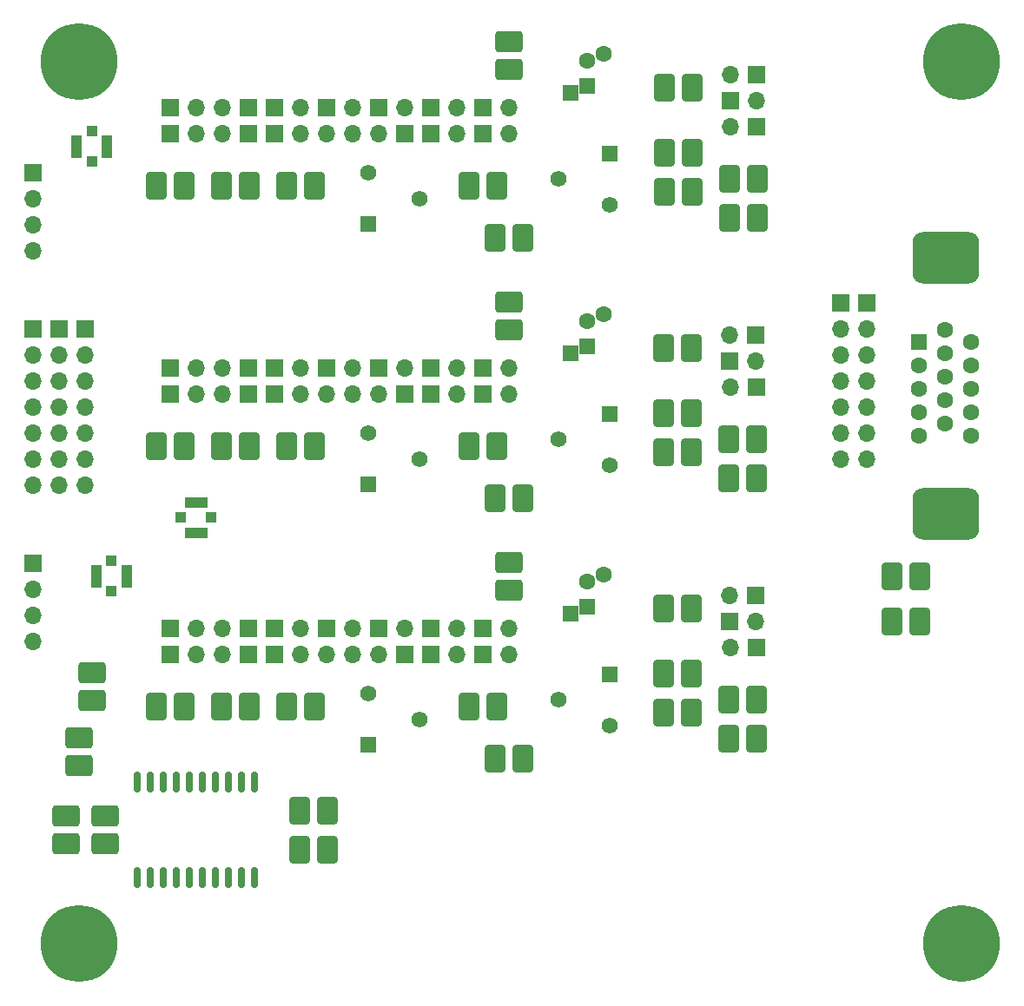
<source format=gts>
G04 #@! TF.GenerationSoftware,KiCad,Pcbnew,8.0.3*
G04 #@! TF.CreationDate,2025-01-02T16:48:01+10:30*
G04 #@! TF.ProjectId,tt06-vga-opamp,74743036-2d76-4676-912d-6f70616d702e,rev?*
G04 #@! TF.SameCoordinates,Original*
G04 #@! TF.FileFunction,Soldermask,Top*
G04 #@! TF.FilePolarity,Negative*
%FSLAX46Y46*%
G04 Gerber Fmt 4.6, Leading zero omitted, Abs format (unit mm)*
G04 Created by KiCad (PCBNEW 8.0.3) date 2025-01-02 16:48:01*
%MOMM*%
%LPD*%
G01*
G04 APERTURE LIST*
G04 Aperture macros list*
%AMRoundRect*
0 Rectangle with rounded corners*
0 $1 Rounding radius*
0 $2 $3 $4 $5 $6 $7 $8 $9 X,Y pos of 4 corners*
0 Add a 4 corners polygon primitive as box body*
4,1,4,$2,$3,$4,$5,$6,$7,$8,$9,$2,$3,0*
0 Add four circle primitives for the rounded corners*
1,1,$1+$1,$2,$3*
1,1,$1+$1,$4,$5*
1,1,$1+$1,$6,$7*
1,1,$1+$1,$8,$9*
0 Add four rect primitives between the rounded corners*
20,1,$1+$1,$2,$3,$4,$5,0*
20,1,$1+$1,$4,$5,$6,$7,0*
20,1,$1+$1,$6,$7,$8,$9,0*
20,1,$1+$1,$8,$9,$2,$3,0*%
G04 Aperture macros list end*
%ADD10R,1.050000X2.200000*%
%ADD11R,1.000000X1.000000*%
%ADD12R,2.200000X1.050000*%
%ADD13R,1.700000X1.700000*%
%ADD14O,1.700000X1.700000*%
%ADD15C,7.500000*%
%ADD16RoundRect,1.000000X2.250000X-1.500000X2.250000X1.500000X-2.250000X1.500000X-2.250000X-1.500000X0*%
%ADD17R,1.600000X1.600000*%
%ADD18C,1.600000*%
%ADD19RoundRect,0.150000X-0.150000X0.875000X-0.150000X-0.875000X0.150000X-0.875000X0.150000X0.875000X0*%
%ADD20C,1.560000*%
%ADD21R,1.560000X1.560000*%
%ADD22RoundRect,0.396226X-0.653774X-0.953774X0.653774X-0.953774X0.653774X0.953774X-0.653774X0.953774X0*%
%ADD23RoundRect,0.396226X0.653774X0.953774X-0.653774X0.953774X-0.653774X-0.953774X0.653774X-0.953774X0*%
%ADD24RoundRect,0.396226X-0.953774X0.653774X-0.953774X-0.653774X0.953774X-0.653774X0.953774X0.653774X0*%
%ADD25RoundRect,0.396226X0.953774X-0.653774X0.953774X0.653774X-0.953774X0.653774X-0.953774X-0.653774X0*%
G04 APERTURE END LIST*
D10*
X85295000Y-109220000D03*
D11*
X83820000Y-107720000D03*
D10*
X82345000Y-109220000D03*
D11*
X83820000Y-110720000D03*
X93575000Y-103505000D03*
D12*
X92075000Y-104980000D03*
D11*
X90575000Y-103505000D03*
D12*
X92075000Y-102030000D03*
D11*
X81915000Y-68810000D03*
D10*
X80440000Y-67310000D03*
D11*
X81915000Y-65810000D03*
D10*
X83390000Y-67310000D03*
D13*
X76200000Y-107950000D03*
D14*
X76200000Y-110490000D03*
X76200000Y-113030000D03*
X76200000Y-115570000D03*
D13*
X76200000Y-69850000D03*
D14*
X76200000Y-72390000D03*
X76200000Y-74930000D03*
X76200000Y-77470000D03*
D15*
X166660000Y-145070000D03*
X80660000Y-145070000D03*
X166660000Y-59070000D03*
X80660000Y-59070000D03*
D13*
X114935000Y-116840000D03*
D14*
X117475000Y-116840000D03*
D13*
X99695000Y-116840000D03*
D14*
X102235000Y-116840000D03*
X104775000Y-116840000D03*
X107315000Y-116840000D03*
D13*
X89535000Y-116840000D03*
D14*
X92075000Y-116840000D03*
X94615000Y-116840000D03*
D13*
X114935000Y-91440000D03*
D14*
X117475000Y-91440000D03*
D13*
X99695000Y-91440000D03*
D14*
X102235000Y-91440000D03*
X104775000Y-91440000D03*
X107315000Y-91440000D03*
D13*
X89535000Y-91440000D03*
D14*
X92075000Y-91440000D03*
X94615000Y-91440000D03*
D13*
X114935000Y-66040000D03*
D14*
X117475000Y-66040000D03*
D13*
X99695000Y-66040000D03*
D14*
X102235000Y-66040000D03*
X104775000Y-66040000D03*
X107315000Y-66040000D03*
D13*
X89535000Y-66040000D03*
D14*
X92075000Y-66040000D03*
X94615000Y-66040000D03*
D16*
X165170000Y-103175000D03*
X165170000Y-78175000D03*
D17*
X162560000Y-86360000D03*
D18*
X162560000Y-88650000D03*
X162560000Y-90940000D03*
X162560000Y-93230000D03*
X162560000Y-95520000D03*
X165100000Y-85215000D03*
X165100000Y-87505000D03*
X165100000Y-89795000D03*
X165100000Y-92085000D03*
X165100000Y-94375000D03*
X167640000Y-86360000D03*
X167640000Y-88650000D03*
X167640000Y-90940000D03*
X167640000Y-93230000D03*
X167640000Y-95520000D03*
D19*
X97790000Y-129335000D03*
X96520000Y-129335000D03*
X95250000Y-129335000D03*
X93980000Y-129335000D03*
X92710000Y-129335000D03*
X91440000Y-129335000D03*
X90170000Y-129335000D03*
X88900000Y-129335000D03*
X87630000Y-129335000D03*
X86360000Y-129335000D03*
X86360000Y-138635000D03*
X87630000Y-138635000D03*
X88900000Y-138635000D03*
X90170000Y-138635000D03*
X91440000Y-138635000D03*
X92710000Y-138635000D03*
X93980000Y-138635000D03*
X95250000Y-138635000D03*
X96520000Y-138635000D03*
X97790000Y-138635000D03*
D13*
X97155000Y-116840000D03*
X97155000Y-91440000D03*
X97155000Y-66040000D03*
D20*
X132415000Y-123785000D03*
X127415000Y-121285000D03*
D21*
X132415000Y-118785000D03*
D20*
X108885000Y-120690000D03*
X113885000Y-123190000D03*
D21*
X108885000Y-125690000D03*
X132415000Y-93385000D03*
D20*
X127415000Y-95885000D03*
X132415000Y-98385000D03*
X108885000Y-95290000D03*
X113885000Y-97790000D03*
D21*
X108885000Y-100290000D03*
X132415000Y-67985000D03*
D20*
X127415000Y-70485000D03*
X132415000Y-72985000D03*
D21*
X108885000Y-74890000D03*
D20*
X113885000Y-72390000D03*
X108885000Y-69890000D03*
D22*
X140340000Y-112395000D03*
X137640000Y-112395000D03*
X146690000Y-125095000D03*
X143990000Y-125095000D03*
X146690000Y-121285000D03*
X143990000Y-121285000D03*
X137640000Y-122555000D03*
X140340000Y-122555000D03*
X140340000Y-118745000D03*
X137640000Y-118745000D03*
D23*
X123905000Y-127000000D03*
X121205000Y-127000000D03*
X118665000Y-121920000D03*
X121365000Y-121920000D03*
X100885000Y-121920000D03*
X103585000Y-121920000D03*
X88185000Y-121920000D03*
X90885000Y-121920000D03*
D22*
X97235000Y-121920000D03*
X94535000Y-121920000D03*
X137640000Y-86995000D03*
X140340000Y-86995000D03*
X143990000Y-99695000D03*
X146690000Y-99695000D03*
X143990000Y-95885000D03*
X146690000Y-95885000D03*
X137640000Y-97155000D03*
X140340000Y-97155000D03*
X137640000Y-93345000D03*
X140340000Y-93345000D03*
D23*
X121205000Y-101600000D03*
X123905000Y-101600000D03*
X118665000Y-96520000D03*
X121365000Y-96520000D03*
X100885000Y-96520000D03*
X103585000Y-96520000D03*
X88185000Y-96520000D03*
X90885000Y-96520000D03*
D22*
X97235000Y-96520000D03*
X94535000Y-96520000D03*
X137720000Y-61595000D03*
X140420000Y-61595000D03*
X144070000Y-74295000D03*
X146770000Y-74295000D03*
X144070000Y-70485000D03*
X146770000Y-70485000D03*
X137720000Y-71755000D03*
X140420000Y-71755000D03*
X137720000Y-67945000D03*
X140420000Y-67945000D03*
D23*
X121205000Y-76200000D03*
X123905000Y-76200000D03*
X121365000Y-71120000D03*
X118665000Y-71120000D03*
X100885000Y-71120000D03*
X103585000Y-71120000D03*
X88185000Y-71120000D03*
X90885000Y-71120000D03*
D22*
X97235000Y-71120000D03*
X94535000Y-71120000D03*
X102155000Y-135890000D03*
X104855000Y-135890000D03*
X102155000Y-132080000D03*
X104855000Y-132080000D03*
D24*
X80645000Y-125015000D03*
X80645000Y-127715000D03*
X81915000Y-118665000D03*
X81915000Y-121365000D03*
D23*
X162640000Y-113665000D03*
X159940000Y-113665000D03*
D14*
X144150000Y-116205000D03*
D13*
X146690000Y-116205000D03*
D14*
X144065000Y-111125000D03*
D13*
X146605000Y-111125000D03*
D14*
X122555000Y-116840000D03*
D13*
X120015000Y-116840000D03*
D14*
X109855000Y-116840000D03*
D13*
X112395000Y-116840000D03*
D14*
X122555000Y-114300000D03*
D13*
X120015000Y-114300000D03*
D14*
X117475000Y-114300000D03*
D13*
X114935000Y-114300000D03*
D14*
X112395000Y-114300000D03*
D13*
X109855000Y-114300000D03*
D14*
X107315000Y-114300000D03*
D13*
X104775000Y-114300000D03*
D14*
X146610000Y-113665000D03*
D13*
X144070000Y-113665000D03*
D14*
X92075000Y-114300000D03*
D13*
X89535000Y-114300000D03*
D14*
X102235000Y-114300000D03*
D13*
X99695000Y-114300000D03*
D14*
X94615000Y-114300000D03*
D13*
X97155000Y-114300000D03*
X146685000Y-90805000D03*
D14*
X144145000Y-90805000D03*
D13*
X146605000Y-85725000D03*
D14*
X144065000Y-85725000D03*
X122555000Y-91440000D03*
D13*
X120015000Y-91440000D03*
D14*
X109855000Y-91440000D03*
D13*
X112395000Y-91440000D03*
D14*
X122555000Y-88900000D03*
D13*
X120015000Y-88900000D03*
D14*
X117475000Y-88900000D03*
D13*
X114935000Y-88900000D03*
D14*
X112395000Y-88900000D03*
D13*
X109855000Y-88900000D03*
X104775000Y-88900000D03*
D14*
X107315000Y-88900000D03*
X146610000Y-88265000D03*
D13*
X144070000Y-88265000D03*
D14*
X92075000Y-88900000D03*
D13*
X89535000Y-88900000D03*
D14*
X102235000Y-88900000D03*
D13*
X99695000Y-88900000D03*
D14*
X94615000Y-88900000D03*
D13*
X97155000Y-88900000D03*
X146685000Y-65405000D03*
D14*
X144145000Y-65405000D03*
D13*
X146685000Y-60325000D03*
D14*
X144145000Y-60325000D03*
D13*
X120015000Y-66040000D03*
D14*
X122555000Y-66040000D03*
X109855000Y-66040000D03*
D13*
X112395000Y-66040000D03*
D14*
X122555000Y-63500000D03*
D13*
X120015000Y-63500000D03*
D14*
X117475000Y-63500000D03*
D13*
X114935000Y-63500000D03*
D14*
X112395000Y-63500000D03*
D13*
X109855000Y-63500000D03*
D14*
X107315000Y-63500000D03*
D13*
X104775000Y-63500000D03*
D14*
X146685000Y-62865000D03*
D13*
X144145000Y-62865000D03*
X89535000Y-63500000D03*
D14*
X92075000Y-63500000D03*
X102235000Y-63500000D03*
D13*
X99695000Y-63500000D03*
D14*
X94615000Y-63500000D03*
D13*
X97155000Y-63500000D03*
X157480000Y-82550000D03*
D14*
X157480000Y-85090000D03*
X157480000Y-87630000D03*
X157480000Y-90170000D03*
X157480000Y-92710000D03*
X157480000Y-95250000D03*
X157480000Y-97790000D03*
D13*
X154940000Y-82550000D03*
D14*
X154940000Y-85090000D03*
X154940000Y-87630000D03*
X154940000Y-90170000D03*
X154940000Y-92710000D03*
X154940000Y-95250000D03*
X154940000Y-97790000D03*
D13*
X81280000Y-85090000D03*
D14*
X81280000Y-87630000D03*
X81280000Y-90170000D03*
X81280000Y-92710000D03*
X81280000Y-95250000D03*
X81280000Y-97790000D03*
X81280000Y-100330000D03*
D13*
X78740000Y-85090000D03*
D14*
X78740000Y-87630000D03*
X78740000Y-90170000D03*
X78740000Y-92710000D03*
X78740000Y-95250000D03*
X78740000Y-97790000D03*
X78740000Y-100330000D03*
D13*
X76200000Y-85090000D03*
D14*
X76200000Y-87630000D03*
X76200000Y-90170000D03*
X76200000Y-92710000D03*
X76200000Y-95250000D03*
X76200000Y-97790000D03*
X76200000Y-100330000D03*
D18*
X131775000Y-109071740D03*
X130175000Y-109742677D03*
D17*
X130175000Y-112242677D03*
X128575000Y-112913614D03*
D25*
X122555000Y-107870000D03*
X122555000Y-110570000D03*
D18*
X131775000Y-83671740D03*
X130175000Y-84342677D03*
D17*
X130175000Y-86842677D03*
X128575000Y-87513614D03*
D25*
X122555000Y-85170000D03*
X122555000Y-82470000D03*
D18*
X131775000Y-58271740D03*
X130175000Y-58942677D03*
D17*
X130175000Y-61442677D03*
X128575000Y-62113614D03*
D25*
X122555000Y-59770000D03*
X122555000Y-57070000D03*
X79375000Y-135335000D03*
X79375000Y-132635000D03*
X83185000Y-132635000D03*
X83185000Y-135335000D03*
D23*
X162640000Y-109220000D03*
X159940000Y-109220000D03*
M02*

</source>
